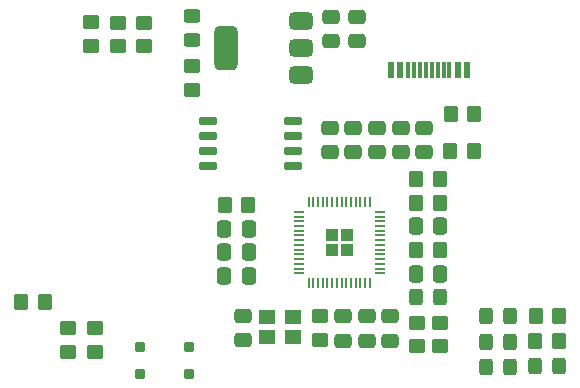
<source format=gbr>
G04 #@! TF.GenerationSoftware,KiCad,Pcbnew,8.0.4*
G04 #@! TF.CreationDate,2024-12-08T00:01:49+02:00*
G04 #@! TF.ProjectId,usb2ps2,75736232-7073-4322-9e6b-696361645f70,1.2*
G04 #@! TF.SameCoordinates,Original*
G04 #@! TF.FileFunction,Paste,Top*
G04 #@! TF.FilePolarity,Positive*
%FSLAX46Y46*%
G04 Gerber Fmt 4.6, Leading zero omitted, Abs format (unit mm)*
G04 Created by KiCad (PCBNEW 8.0.4) date 2024-12-08 00:01:49*
%MOMM*%
%LPD*%
G01*
G04 APERTURE LIST*
G04 Aperture macros list*
%AMRoundRect*
0 Rectangle with rounded corners*
0 $1 Rounding radius*
0 $2 $3 $4 $5 $6 $7 $8 $9 X,Y pos of 4 corners*
0 Add a 4 corners polygon primitive as box body*
4,1,4,$2,$3,$4,$5,$6,$7,$8,$9,$2,$3,0*
0 Add four circle primitives for the rounded corners*
1,1,$1+$1,$2,$3*
1,1,$1+$1,$4,$5*
1,1,$1+$1,$6,$7*
1,1,$1+$1,$8,$9*
0 Add four rect primitives between the rounded corners*
20,1,$1+$1,$2,$3,$4,$5,0*
20,1,$1+$1,$4,$5,$6,$7,0*
20,1,$1+$1,$6,$7,$8,$9,0*
20,1,$1+$1,$8,$9,$2,$3,0*%
G04 Aperture macros list end*
%ADD10RoundRect,0.250000X-0.450000X0.350000X-0.450000X-0.350000X0.450000X-0.350000X0.450000X0.350000X0*%
%ADD11RoundRect,0.250000X-0.350000X-0.450000X0.350000X-0.450000X0.350000X0.450000X-0.350000X0.450000X0*%
%ADD12RoundRect,0.250000X0.350000X0.450000X-0.350000X0.450000X-0.350000X-0.450000X0.350000X-0.450000X0*%
%ADD13RoundRect,0.250000X0.450000X-0.350000X0.450000X0.350000X-0.450000X0.350000X-0.450000X-0.350000X0*%
%ADD14RoundRect,0.250000X-0.450000X0.325000X-0.450000X-0.325000X0.450000X-0.325000X0.450000X0.325000X0*%
%ADD15RoundRect,0.250000X-0.325000X-0.450000X0.325000X-0.450000X0.325000X0.450000X-0.325000X0.450000X0*%
%ADD16RoundRect,0.250000X0.325000X0.450000X-0.325000X0.450000X-0.325000X-0.450000X0.325000X-0.450000X0*%
%ADD17RoundRect,0.250000X-0.475000X0.337500X-0.475000X-0.337500X0.475000X-0.337500X0.475000X0.337500X0*%
%ADD18RoundRect,0.250000X0.475000X-0.337500X0.475000X0.337500X-0.475000X0.337500X-0.475000X-0.337500X0*%
%ADD19RoundRect,0.250000X0.337500X0.475000X-0.337500X0.475000X-0.337500X-0.475000X0.337500X-0.475000X0*%
%ADD20RoundRect,0.250000X-0.337500X-0.475000X0.337500X-0.475000X0.337500X0.475000X-0.337500X0.475000X0*%
%ADD21RoundRect,0.250000X-0.292217X-0.292217X0.292217X-0.292217X0.292217X0.292217X-0.292217X0.292217X0*%
%ADD22RoundRect,0.050000X-0.387500X-0.050000X0.387500X-0.050000X0.387500X0.050000X-0.387500X0.050000X0*%
%ADD23RoundRect,0.050000X-0.050000X-0.387500X0.050000X-0.387500X0.050000X0.387500X-0.050000X0.387500X0*%
%ADD24RoundRect,0.104987X0.295013X0.295013X-0.295013X0.295013X-0.295013X-0.295013X0.295013X-0.295013X0*%
%ADD25R,1.400000X1.200000*%
%ADD26RoundRect,0.150000X-0.650000X-0.150000X0.650000X-0.150000X0.650000X0.150000X-0.650000X0.150000X0*%
%ADD27R,0.600000X1.450000*%
%ADD28R,0.300000X1.450000*%
%ADD29RoundRect,0.375000X0.625000X0.375000X-0.625000X0.375000X-0.625000X-0.375000X0.625000X-0.375000X0*%
%ADD30RoundRect,0.500000X0.500000X1.400000X-0.500000X1.400000X-0.500000X-1.400000X0.500000X-1.400000X0*%
G04 APERTURE END LIST*
D10*
X136750000Y-100950000D03*
X136750000Y-102950000D03*
X134750000Y-100950000D03*
X134750000Y-102950000D03*
D11*
X144850000Y-100400000D03*
X146850000Y-100400000D03*
X144800000Y-102500000D03*
X146800000Y-102500000D03*
D12*
X103250000Y-99200000D03*
X101250000Y-99200000D03*
D13*
X109450000Y-77550000D03*
X109450000Y-75550000D03*
X105250000Y-103450000D03*
X105250000Y-101450000D03*
X111700000Y-77550000D03*
X111700000Y-75550000D03*
D10*
X115725000Y-79222500D03*
X115725000Y-81222500D03*
D11*
X137600000Y-86400000D03*
X139600000Y-86400000D03*
X137650000Y-83250000D03*
X139650000Y-83250000D03*
D12*
X136725000Y-94800000D03*
X134725000Y-94800000D03*
D10*
X126575000Y-100425000D03*
X126575000Y-102425000D03*
D12*
X120500000Y-91000000D03*
X118500000Y-91000000D03*
D14*
X115700000Y-74975000D03*
X115700000Y-77025000D03*
D15*
X134700000Y-98800000D03*
X136750000Y-98800000D03*
D16*
X146850000Y-104650000D03*
X144800000Y-104650000D03*
D15*
X140650000Y-102600000D03*
X142700000Y-102600000D03*
X140650000Y-104750000D03*
X142700000Y-104750000D03*
X140650000Y-100400000D03*
X142700000Y-100400000D03*
D10*
X107500000Y-101437500D03*
X107500000Y-103437500D03*
X107200000Y-75512500D03*
X107200000Y-77512500D03*
D17*
X129700000Y-75062500D03*
X129700000Y-77137500D03*
X127500000Y-75062500D03*
X127500000Y-77137500D03*
X128525000Y-100400000D03*
X128525000Y-102475000D03*
D18*
X120025000Y-102462500D03*
X120025000Y-100387500D03*
X135400000Y-86537500D03*
X135400000Y-84462500D03*
X133400000Y-86537500D03*
X133400000Y-84462500D03*
D17*
X130525000Y-100400000D03*
X130525000Y-102475000D03*
D19*
X120537500Y-97000000D03*
X118462500Y-97000000D03*
X120537500Y-94990000D03*
X118462500Y-94990000D03*
D20*
X134687500Y-96800000D03*
X136762500Y-96800000D03*
X134687500Y-92800000D03*
X136762500Y-92800000D03*
D18*
X129400000Y-86537500D03*
X129400000Y-84462500D03*
X131400000Y-86537500D03*
X131400000Y-84462500D03*
X127400000Y-86537500D03*
X127400000Y-84462500D03*
D17*
X132525000Y-100400000D03*
X132525000Y-102475000D03*
D19*
X120537500Y-92990000D03*
X118462500Y-92990000D03*
D12*
X136725000Y-88800000D03*
X134725000Y-88800000D03*
X136725000Y-90800000D03*
X134725000Y-90800000D03*
D21*
X127562500Y-93537500D03*
X127562500Y-94812500D03*
X128837500Y-93537500D03*
X128837500Y-94812500D03*
D22*
X124762500Y-91575000D03*
X124762500Y-91975000D03*
X124762500Y-92375000D03*
X124762500Y-92775000D03*
X124762500Y-93175000D03*
X124762500Y-93575000D03*
X124762500Y-93975000D03*
X124762500Y-94375000D03*
X124762500Y-94775000D03*
X124762500Y-95175000D03*
X124762500Y-95575000D03*
X124762500Y-95975000D03*
X124762500Y-96375000D03*
X124762500Y-96775000D03*
D23*
X125600000Y-97612500D03*
X126000000Y-97612500D03*
X126400000Y-97612500D03*
X126800000Y-97612500D03*
X127200000Y-97612500D03*
X127600000Y-97612500D03*
X128000000Y-97612500D03*
X128400000Y-97612500D03*
X128800000Y-97612500D03*
X129200000Y-97612500D03*
X129600000Y-97612500D03*
X130000000Y-97612500D03*
X130400000Y-97612500D03*
X130800000Y-97612500D03*
D22*
X131637500Y-96775000D03*
X131637500Y-96375000D03*
X131637500Y-95975000D03*
X131637500Y-95575000D03*
X131637500Y-95175000D03*
X131637500Y-94775000D03*
X131637500Y-94375000D03*
X131637500Y-93975000D03*
X131637500Y-93575000D03*
X131637500Y-93175000D03*
X131637500Y-92775000D03*
X131637500Y-92375000D03*
X131637500Y-91975000D03*
X131637500Y-91575000D03*
D23*
X130800000Y-90737500D03*
X130400000Y-90737500D03*
X130000000Y-90737500D03*
X129600000Y-90737500D03*
X129200000Y-90737500D03*
X128800000Y-90737500D03*
X128400000Y-90737500D03*
X128000000Y-90737500D03*
X127600000Y-90737500D03*
X127200000Y-90737500D03*
X126800000Y-90737500D03*
X126400000Y-90737500D03*
X126000000Y-90737500D03*
X125600000Y-90737500D03*
D24*
X111295000Y-105305000D03*
X115505000Y-105305000D03*
X111295000Y-103050000D03*
X115505000Y-103050000D03*
D25*
X122125000Y-102175000D03*
X124325000Y-102175000D03*
X124325000Y-100475000D03*
X122125000Y-100475000D03*
D26*
X117100000Y-83895000D03*
X117100000Y-85165000D03*
X117100000Y-86435000D03*
X117100000Y-87705000D03*
X124300000Y-87705000D03*
X124300000Y-86435000D03*
X124300000Y-85165000D03*
X124300000Y-83895000D03*
D27*
X139005000Y-79595000D03*
X138230000Y-79595000D03*
D28*
X137530000Y-79595000D03*
X137030000Y-79595000D03*
X136530000Y-79595000D03*
X136030000Y-79595000D03*
X135530000Y-79595000D03*
X135030000Y-79595000D03*
X134530000Y-79595000D03*
X134030000Y-79595000D03*
D27*
X133330000Y-79595000D03*
X132555000Y-79595000D03*
D29*
X124950000Y-80000000D03*
X124950000Y-77700000D03*
D30*
X118650000Y-77700000D03*
D29*
X124950000Y-75400000D03*
M02*

</source>
